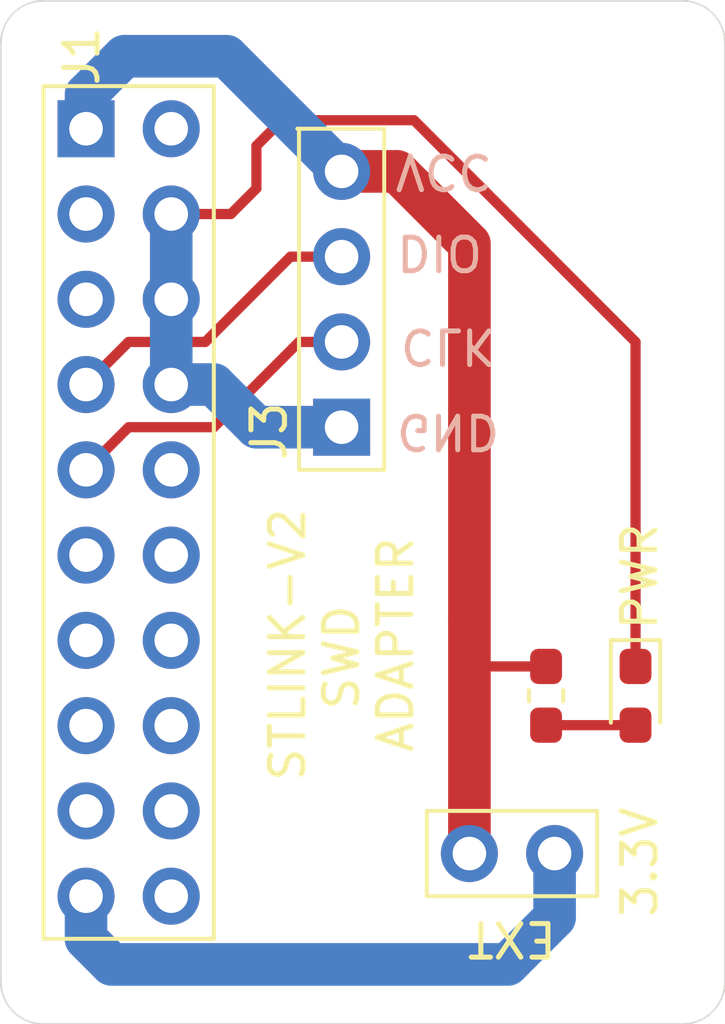
<source format=kicad_pcb>
(kicad_pcb (version 20171130) (host pcbnew "(5.1.6)-1")

  (general
    (thickness 1.6)
    (drawings 18)
    (tracks 37)
    (zones 0)
    (modules 5)
    (nets 7)
  )

  (page A4)
  (layers
    (0 F.Cu signal)
    (31 B.Cu signal)
    (32 B.Adhes user)
    (33 F.Adhes user)
    (34 B.Paste user)
    (35 F.Paste user)
    (36 B.SilkS user)
    (37 F.SilkS user)
    (38 B.Mask user)
    (39 F.Mask user)
    (40 Dwgs.User user)
    (41 Cmts.User user)
    (42 Eco1.User user)
    (43 Eco2.User user)
    (44 Edge.Cuts user)
    (45 Margin user)
    (46 B.CrtYd user)
    (47 F.CrtYd user)
    (48 B.Fab user)
    (49 F.Fab user hide)
  )

  (setup
    (last_trace_width 1.27)
    (user_trace_width 0.3048)
    (user_trace_width 0.4064)
    (user_trace_width 0.6096)
    (user_trace_width 0.7112)
    (user_trace_width 0.8128)
    (user_trace_width 1.016)
    (user_trace_width 1.27)
    (trace_clearance 0.2)
    (zone_clearance 0.508)
    (zone_45_only no)
    (trace_min 0.2)
    (via_size 0.8)
    (via_drill 0.4)
    (via_min_size 0.4)
    (via_min_drill 0.3)
    (uvia_size 0.3)
    (uvia_drill 0.1)
    (uvias_allowed no)
    (uvia_min_size 0.2)
    (uvia_min_drill 0.1)
    (edge_width 0.05)
    (segment_width 0.2)
    (pcb_text_width 0.3)
    (pcb_text_size 1.5 1.5)
    (mod_edge_width 0.12)
    (mod_text_size 1 1)
    (mod_text_width 0.15)
    (pad_size 1.524 1.524)
    (pad_drill 0.762)
    (pad_to_mask_clearance 0.05)
    (aux_axis_origin 0 0)
    (visible_elements 7FFFFFFF)
    (pcbplotparams
      (layerselection 0x010fc_ffffffff)
      (usegerberextensions false)
      (usegerberattributes true)
      (usegerberadvancedattributes true)
      (creategerberjobfile true)
      (excludeedgelayer true)
      (linewidth 0.100000)
      (plotframeref false)
      (viasonmask false)
      (mode 1)
      (useauxorigin false)
      (hpglpennumber 1)
      (hpglpenspeed 20)
      (hpglpendiameter 15.000000)
      (psnegative false)
      (psa4output false)
      (plotreference true)
      (plotvalue true)
      (plotinvisibletext false)
      (padsonsilk false)
      (subtractmaskfromsilk false)
      (outputformat 1)
      (mirror false)
      (drillshape 0)
      (scaleselection 1)
      (outputdirectory "gerbers/"))
  )

  (net 0 "")
  (net 1 "Net-(J1-Pad9)")
  (net 2 "Net-(J1-Pad7)")
  (net 3 "Net-(J1-Pad1)")
  (net 4 "Net-(D1-Pad2)")
  (net 5 "Net-(D1-Pad1)")
  (net 6 "Net-(J1-Pad19)")

  (net_class Default "This is the default net class."
    (clearance 0.2)
    (trace_width 0.25)
    (via_dia 0.8)
    (via_drill 0.4)
    (uvia_dia 0.3)
    (uvia_drill 0.1)
    (add_net "Net-(D1-Pad1)")
    (add_net "Net-(D1-Pad2)")
    (add_net "Net-(J1-Pad1)")
    (add_net "Net-(J1-Pad19)")
    (add_net "Net-(J1-Pad7)")
    (add_net "Net-(J1-Pad9)")
  )

  (module Connector_PinHeader_2.54mm:PinHeader_1x02_P2.54mm_Vertical (layer F.Cu) (tedit 5F543AF4) (tstamp 5F543FA0)
    (at 128.27 85.09 270)
    (descr "Through hole straight pin header, 1x02, 2.54mm pitch, single row")
    (tags "Through hole pin header THT 1x02 2.54mm single row")
    (path /5F54438E)
    (fp_text reference J2 (at 0 -2.33 90) (layer F.SilkS) hide
      (effects (font (size 1 1) (thickness 0.15)))
    )
    (fp_text value Conn_01x02_Male (at 0 4.87 90) (layer F.Fab)
      (effects (font (size 1 1) (thickness 0.15)))
    )
    (fp_line (start -1.27 -1.27) (end 1.27 -1.27) (layer F.SilkS) (width 0.12))
    (fp_line (start 1.27 -1.27) (end 1.27 3.81) (layer F.SilkS) (width 0.12))
    (fp_line (start -1.27 -1.27) (end -1.27 3.81) (layer F.SilkS) (width 0.12))
    (fp_line (start -1.27 3.81) (end 1.27 3.81) (layer F.SilkS) (width 0.12))
    (fp_text user %R (at 0 1.27 180) (layer F.Fab)
      (effects (font (size 1 1) (thickness 0.15)))
    )
    (pad 2 thru_hole oval (at 0 2.54 270) (size 1.7 1.7) (drill 1) (layers *.Cu *.Mask)
      (net 3 "Net-(J1-Pad1)"))
    (pad 1 thru_hole circle (at 0 0 270) (size 1.7 1.7) (drill 1) (layers *.Cu *.Mask)
      (net 6 "Net-(J1-Pad19)"))
    (model ${KISYS3DMOD}/Connector_PinHeader_2.54mm.3dshapes/PinHeader_1x02_P2.54mm_Vertical.wrl
      (at (xyz 0 0 0))
      (scale (xyz 1 1 1))
      (rotate (xyz 0 0 0))
    )
  )

  (module Resistor_SMD:R_0603_1608Metric_Pad1.05x0.95mm_HandSolder (layer F.Cu) (tedit 5B301BBD) (tstamp 5F548BA7)
    (at 128.016 80.391 270)
    (descr "Resistor SMD 0603 (1608 Metric), square (rectangular) end terminal, IPC_7351 nominal with elongated pad for handsoldering. (Body size source: http://www.tortai-tech.com/upload/download/2011102023233369053.pdf), generated with kicad-footprint-generator")
    (tags "resistor handsolder")
    (path /5F5514D6)
    (attr smd)
    (fp_text reference R1 (at 0 -1.43 90) (layer F.SilkS) hide
      (effects (font (size 1 1) (thickness 0.15)))
    )
    (fp_text value R_Small_US (at 0 1.43 90) (layer F.Fab)
      (effects (font (size 1 1) (thickness 0.15)))
    )
    (fp_line (start -0.8 0.4) (end -0.8 -0.4) (layer F.Fab) (width 0.1))
    (fp_line (start -0.8 -0.4) (end 0.8 -0.4) (layer F.Fab) (width 0.1))
    (fp_line (start 0.8 -0.4) (end 0.8 0.4) (layer F.Fab) (width 0.1))
    (fp_line (start 0.8 0.4) (end -0.8 0.4) (layer F.Fab) (width 0.1))
    (fp_line (start -0.171267 -0.51) (end 0.171267 -0.51) (layer F.SilkS) (width 0.12))
    (fp_line (start -0.171267 0.51) (end 0.171267 0.51) (layer F.SilkS) (width 0.12))
    (fp_line (start -1.65 0.73) (end -1.65 -0.73) (layer F.CrtYd) (width 0.05))
    (fp_line (start -1.65 -0.73) (end 1.65 -0.73) (layer F.CrtYd) (width 0.05))
    (fp_line (start 1.65 -0.73) (end 1.65 0.73) (layer F.CrtYd) (width 0.05))
    (fp_line (start 1.65 0.73) (end -1.65 0.73) (layer F.CrtYd) (width 0.05))
    (fp_text user %R (at 0 0 90) (layer F.Fab)
      (effects (font (size 0.4 0.4) (thickness 0.06)))
    )
    (pad 2 smd roundrect (at 0.875 0 270) (size 1.05 0.95) (layers F.Cu F.Paste F.Mask) (roundrect_rratio 0.25)
      (net 4 "Net-(D1-Pad2)"))
    (pad 1 smd roundrect (at -0.875 0 270) (size 1.05 0.95) (layers F.Cu F.Paste F.Mask) (roundrect_rratio 0.25)
      (net 3 "Net-(J1-Pad1)"))
    (model ${KISYS3DMOD}/Resistor_SMD.3dshapes/R_0603_1608Metric.wrl
      (at (xyz 0 0 0))
      (scale (xyz 1 1 1))
      (rotate (xyz 0 0 0))
    )
  )

  (module LED_SMD:LED_0603_1608Metric_Pad1.05x0.95mm_HandSolder (layer F.Cu) (tedit 5B4B45C9) (tstamp 5F54985D)
    (at 130.683 80.391 270)
    (descr "LED SMD 0603 (1608 Metric), square (rectangular) end terminal, IPC_7351 nominal, (Body size source: http://www.tortai-tech.com/upload/download/2011102023233369053.pdf), generated with kicad-footprint-generator")
    (tags "LED handsolder")
    (path /5F54FF38)
    (attr smd)
    (fp_text reference D1 (at 0 -1.43 90) (layer F.SilkS) hide
      (effects (font (size 1 1) (thickness 0.15)))
    )
    (fp_text value LED (at 0 1.43 90) (layer F.Fab)
      (effects (font (size 1 1) (thickness 0.15)))
    )
    (fp_line (start 0.8 -0.4) (end -0.5 -0.4) (layer F.Fab) (width 0.1))
    (fp_line (start -0.5 -0.4) (end -0.8 -0.1) (layer F.Fab) (width 0.1))
    (fp_line (start -0.8 -0.1) (end -0.8 0.4) (layer F.Fab) (width 0.1))
    (fp_line (start -0.8 0.4) (end 0.8 0.4) (layer F.Fab) (width 0.1))
    (fp_line (start 0.8 0.4) (end 0.8 -0.4) (layer F.Fab) (width 0.1))
    (fp_line (start 0.8 -0.735) (end -1.66 -0.735) (layer F.SilkS) (width 0.12))
    (fp_line (start -1.66 -0.735) (end -1.66 0.735) (layer F.SilkS) (width 0.12))
    (fp_line (start -1.66 0.735) (end 0.8 0.735) (layer F.SilkS) (width 0.12))
    (fp_line (start -1.65 0.73) (end -1.65 -0.73) (layer F.CrtYd) (width 0.05))
    (fp_line (start -1.65 -0.73) (end 1.65 -0.73) (layer F.CrtYd) (width 0.05))
    (fp_line (start 1.65 -0.73) (end 1.65 0.73) (layer F.CrtYd) (width 0.05))
    (fp_line (start 1.65 0.73) (end -1.65 0.73) (layer F.CrtYd) (width 0.05))
    (fp_text user %R (at 0 0 90) (layer F.Fab)
      (effects (font (size 0.4 0.4) (thickness 0.06)))
    )
    (pad 2 smd roundrect (at 0.875 0 270) (size 1.05 0.95) (layers F.Cu F.Paste F.Mask) (roundrect_rratio 0.25)
      (net 4 "Net-(D1-Pad2)"))
    (pad 1 smd roundrect (at -0.875 0 270) (size 1.05 0.95) (layers F.Cu F.Paste F.Mask) (roundrect_rratio 0.25)
      (net 5 "Net-(D1-Pad1)"))
    (model ${KISYS3DMOD}/LED_SMD.3dshapes/LED_0603_1608Metric.wrl
      (at (xyz 0 0 0))
      (scale (xyz 1 1 1))
      (rotate (xyz 0 0 0))
    )
  )

  (module Connector_PinHeader_2.54mm:PinHeader_1x04_P2.54mm_Vertical (layer F.Cu) (tedit 5F5420EB) (tstamp 5F54989A)
    (at 121.92 72.39 180)
    (descr "Through hole straight pin header, 1x04, 2.54mm pitch, single row")
    (tags "Through hole pin header THT 1x04 2.54mm single row")
    (path /5F542BAE)
    (fp_text reference J3 (at 2.159 -0.127 90) (layer F.SilkS)
      (effects (font (size 1 1) (thickness 0.15)))
    )
    (fp_text value Conn_01x04_Female (at 0 11.43) (layer F.Fab)
      (effects (font (size 1 1) (thickness 0.15)))
    )
    (fp_line (start -1.27 -1.27) (end 1.27 -1.27) (layer F.SilkS) (width 0.12))
    (fp_line (start 1.27 -1.27) (end 1.27 8.89) (layer F.SilkS) (width 0.12))
    (fp_line (start -1.27 -1.27) (end -1.27 8.89) (layer F.SilkS) (width 0.12))
    (fp_line (start -1.27 8.89) (end 1.3208 8.89) (layer F.SilkS) (width 0.12))
    (fp_text user %R (at 0 3.81 90) (layer F.Fab)
      (effects (font (size 1 1) (thickness 0.15)))
    )
    (pad 4 thru_hole oval (at 0 7.62 180) (size 1.7 1.7) (drill 1) (layers *.Cu *.Mask)
      (net 3 "Net-(J1-Pad1)"))
    (pad 3 thru_hole oval (at 0 5.08 180) (size 1.7 1.7) (drill 1) (layers *.Cu *.Mask)
      (net 2 "Net-(J1-Pad7)"))
    (pad 2 thru_hole oval (at 0 2.54 180) (size 1.7 1.7) (drill 1) (layers *.Cu *.Mask)
      (net 1 "Net-(J1-Pad9)"))
    (pad 1 thru_hole rect (at 0 0 180) (size 1.7 1.7) (drill 1) (layers *.Cu *.Mask)
      (net 5 "Net-(D1-Pad1)"))
    (model ${KISYS3DMOD}/Connector_PinHeader_2.54mm.3dshapes/PinHeader_1x04_P2.54mm_Vertical.wrl
      (at (xyz 0 0 0))
      (scale (xyz 1 1 1))
      (rotate (xyz 0 0 0))
    )
  )

  (module Connector_PinHeader_2.54mm:PinHeader_2x10_P2.54mm_Vertical (layer F.Cu) (tedit 5F54206D) (tstamp 5F547CF2)
    (at 114.3 63.5)
    (descr "Through hole straight pin header, 2x10, 2.54mm pitch, double rows")
    (tags "Through hole pin header THT 2x10 2.54mm double row")
    (path /5F541A59)
    (fp_text reference J1 (at -0.127 -2.159 90) (layer F.SilkS)
      (effects (font (size 1 1) (thickness 0.15)))
    )
    (fp_text value Conn_02x10_Odd_Even (at 1.27 26.67) (layer F.Fab)
      (effects (font (size 1 1) (thickness 0.15)))
    )
    (fp_line (start -1.27 -1.27) (end 3.81 -1.27) (layer F.SilkS) (width 0.12))
    (fp_line (start 3.81 -1.27) (end 3.81 24.13) (layer F.SilkS) (width 0.12))
    (fp_line (start -1.27 -1.27) (end -1.27 24.13) (layer F.SilkS) (width 0.12))
    (fp_line (start -1.27 24.13) (end 3.81 24.13) (layer F.SilkS) (width 0.12))
    (fp_text user %R (at 1.27 11.43 90) (layer F.Fab)
      (effects (font (size 1 1) (thickness 0.15)))
    )
    (pad 20 thru_hole oval (at 2.54 22.86) (size 1.7 1.7) (drill 1) (layers *.Cu *.Mask))
    (pad 19 thru_hole oval (at 0 22.86) (size 1.7 1.7) (drill 1) (layers *.Cu *.Mask)
      (net 6 "Net-(J1-Pad19)"))
    (pad 18 thru_hole oval (at 2.54 20.32) (size 1.7 1.7) (drill 1) (layers *.Cu *.Mask))
    (pad 17 thru_hole oval (at 0 20.32) (size 1.7 1.7) (drill 1) (layers *.Cu *.Mask))
    (pad 16 thru_hole oval (at 2.54 17.78) (size 1.7 1.7) (drill 1) (layers *.Cu *.Mask))
    (pad 15 thru_hole oval (at 0 17.78) (size 1.7 1.7) (drill 1) (layers *.Cu *.Mask))
    (pad 14 thru_hole oval (at 2.54 15.24) (size 1.7 1.7) (drill 1) (layers *.Cu *.Mask))
    (pad 13 thru_hole oval (at 0 15.24) (size 1.7 1.7) (drill 1) (layers *.Cu *.Mask))
    (pad 12 thru_hole oval (at 2.54 12.7) (size 1.7 1.7) (drill 1) (layers *.Cu *.Mask))
    (pad 11 thru_hole oval (at 0 12.7) (size 1.7 1.7) (drill 1) (layers *.Cu *.Mask))
    (pad 10 thru_hole oval (at 2.54 10.16) (size 1.7 1.7) (drill 1) (layers *.Cu *.Mask))
    (pad 9 thru_hole oval (at 0 10.16) (size 1.7 1.7) (drill 1) (layers *.Cu *.Mask)
      (net 1 "Net-(J1-Pad9)"))
    (pad 8 thru_hole oval (at 2.54 7.62) (size 1.7 1.7) (drill 1) (layers *.Cu *.Mask)
      (net 5 "Net-(D1-Pad1)"))
    (pad 7 thru_hole oval (at 0 7.62) (size 1.7 1.7) (drill 1) (layers *.Cu *.Mask)
      (net 2 "Net-(J1-Pad7)"))
    (pad 6 thru_hole oval (at 2.54 5.08) (size 1.7 1.7) (drill 1) (layers *.Cu *.Mask)
      (net 5 "Net-(D1-Pad1)"))
    (pad 5 thru_hole oval (at 0 5.08) (size 1.7 1.7) (drill 1) (layers *.Cu *.Mask))
    (pad 4 thru_hole oval (at 2.54 2.54) (size 1.7 1.7) (drill 1) (layers *.Cu *.Mask)
      (net 5 "Net-(D1-Pad1)"))
    (pad 3 thru_hole oval (at 0 2.54) (size 1.7 1.7) (drill 1) (layers *.Cu *.Mask))
    (pad 2 thru_hole oval (at 2.54 0) (size 1.7 1.7) (drill 1) (layers *.Cu *.Mask))
    (pad 1 thru_hole rect (at 0 0) (size 1.7 1.7) (drill 1) (layers *.Cu *.Mask)
      (net 3 "Net-(J1-Pad1)"))
    (model ${KISYS3DMOD}/Connector_PinHeader_2.54mm.3dshapes/PinHeader_2x10_P2.54mm_Vertical.wrl
      (at (xyz 0 0 0))
      (scale (xyz 1 1 1))
      (rotate (xyz 0 0 0))
    )
  )

  (gr_text "STLINK-V2\nSWD \nADAPTER" (at 121.92 78.867 90) (layer F.SilkS)
    (effects (font (size 1 1) (thickness 0.15)))
  )
  (gr_text CLK (at 125.095 69.977 180) (layer B.SilkS)
    (effects (font (size 1 1) (thickness 0.15)) (justify mirror))
  )
  (gr_text DIO (at 124.841 67.183 180) (layer B.SilkS)
    (effects (font (size 1 1) (thickness 0.15)) (justify mirror))
  )
  (gr_text VCC (at 124.968 64.77 180) (layer B.SilkS)
    (effects (font (size 1 1) (thickness 0.15)) (justify mirror))
  )
  (gr_text GND (at 125.095 72.517 180) (layer B.SilkS)
    (effects (font (size 1 1) (thickness 0.15)) (justify mirror))
  )
  (gr_text PWR (at 130.81 76.835 90) (layer F.SilkS)
    (effects (font (size 1 1) (thickness 0.15)))
  )
  (gr_text 3.3V (at 130.81 85.344 90) (layer F.SilkS)
    (effects (font (size 1 1) (thickness 0.15)))
  )
  (gr_text EXT (at 127 87.63 180) (layer F.SilkS)
    (effects (font (size 1 1) (thickness 0.15)))
  )
  (gr_arc (start 113.03 88.9) (end 111.76 88.9) (angle -90) (layer Edge.Cuts) (width 0.05))
  (gr_arc (start 132.08 88.9) (end 132.08 90.17) (angle -90) (layer Edge.Cuts) (width 0.05))
  (gr_arc (start 132.08 60.96) (end 133.35 60.96) (angle -90) (layer Edge.Cuts) (width 0.05))
  (gr_arc (start 113.03 60.96) (end 113.03 59.69) (angle -90) (layer Edge.Cuts) (width 0.05))
  (gr_line (start 133.35 60.96) (end 133.35 64.77) (layer Edge.Cuts) (width 0.05) (tstamp 5F5489C3))
  (gr_line (start 113.03 59.69) (end 132.08 59.69) (layer Edge.Cuts) (width 0.05))
  (gr_line (start 133.35 88.9) (end 133.35 77.47) (layer Edge.Cuts) (width 0.05) (tstamp 5F5489B8))
  (gr_line (start 113.03 90.17) (end 132.08 90.17) (layer Edge.Cuts) (width 0.05))
  (gr_line (start 111.76 60.96) (end 111.76 88.9) (layer Edge.Cuts) (width 0.05))
  (gr_line (start 133.35 64.77) (end 133.35 77.47) (layer Edge.Cuts) (width 0.05))

  (segment (start 128.27 86.995) (end 128.27 85.09) (width 1.27) (layer B.Cu) (net 6))
  (segment (start 126.873 88.392) (end 128.27 86.995) (width 1.27) (layer B.Cu) (net 6))
  (segment (start 115.062 88.392) (end 126.873 88.392) (width 1.27) (layer B.Cu) (net 6))
  (segment (start 120.65 69.85) (end 121.92 69.85) (width 0.3048) (layer F.Cu) (net 1))
  (segment (start 118.11 72.39) (end 120.65 69.85) (width 0.3048) (layer F.Cu) (net 1))
  (segment (start 114.3 73.66) (end 115.57 72.39) (width 0.3048) (layer F.Cu) (net 1))
  (segment (start 115.57 72.39) (end 118.11 72.39) (width 0.3048) (layer F.Cu) (net 1))
  (segment (start 117.856 69.85) (end 120.396 67.31) (width 0.3048) (layer F.Cu) (net 2))
  (segment (start 120.396 67.31) (end 121.92 67.31) (width 0.3048) (layer F.Cu) (net 2))
  (segment (start 114.3 71.12) (end 115.57 69.85) (width 0.3048) (layer F.Cu) (net 2))
  (segment (start 115.57 69.85) (end 117.856 69.85) (width 0.3048) (layer F.Cu) (net 2))
  (segment (start 123.571 64.77) (end 121.92 64.77) (width 1.27) (layer F.Cu) (net 3))
  (segment (start 125.744 78.119) (end 125.73 78.105) (width 0.3048) (layer F.Cu) (net 3))
  (segment (start 128.016 79.516) (end 125.998 79.516) (width 0.3048) (layer F.Cu) (net 3))
  (segment (start 125.73 85.09) (end 125.73 78.105) (width 1.27) (layer F.Cu) (net 3))
  (segment (start 125.73 78.105) (end 125.73 66.929) (width 1.27) (layer F.Cu) (net 3))
  (segment (start 125.73 66.929) (end 123.571 64.77) (width 1.27) (layer F.Cu) (net 3))
  (segment (start 115.443 61.341) (end 118.491 61.341) (width 1.27) (layer B.Cu) (net 3))
  (segment (start 118.491 61.341) (end 121.92 64.77) (width 1.27) (layer B.Cu) (net 3))
  (segment (start 114.3 63.5) (end 114.3 62.484) (width 1.27) (layer B.Cu) (net 3))
  (segment (start 114.3 62.484) (end 115.443 61.341) (width 1.27) (layer B.Cu) (net 3))
  (segment (start 128.016 81.266) (end 130.683 81.266) (width 0.3048) (layer F.Cu) (net 4))
  (segment (start 116.84 66.04) (end 116.84 68.58) (width 1.27) (layer B.Cu) (net 5))
  (segment (start 116.84 68.58) (end 116.84 71.12) (width 1.27) (layer B.Cu) (net 5))
  (segment (start 116.84 71.12) (end 118.11 71.12) (width 1.27) (layer B.Cu) (net 5))
  (segment (start 118.11 71.12) (end 119.38 72.39) (width 1.27) (layer B.Cu) (net 5))
  (segment (start 119.38 72.39) (end 121.92 72.39) (width 1.27) (layer B.Cu) (net 5))
  (segment (start 119.38 65.278) (end 118.618 66.04) (width 0.3048) (layer F.Cu) (net 5))
  (segment (start 120.142 63.246) (end 119.38 64.008) (width 0.3048) (layer F.Cu) (net 5))
  (segment (start 118.618 66.04) (end 116.84 66.04) (width 0.3048) (layer F.Cu) (net 5))
  (segment (start 124.079 63.246) (end 120.142 63.246) (width 0.3048) (layer F.Cu) (net 5))
  (segment (start 130.429 69.596) (end 124.079 63.246) (width 0.3048) (layer F.Cu) (net 5))
  (segment (start 119.38 64.008) (end 119.38 65.278) (width 0.3048) (layer F.Cu) (net 5))
  (segment (start 130.683 69.85) (end 130.429 69.596) (width 0.3048) (layer F.Cu) (net 5))
  (segment (start 130.683 79.516) (end 130.683 69.85) (width 0.3048) (layer F.Cu) (net 5))
  (segment (start 114.3 87.63) (end 115.062 88.392) (width 1.27) (layer B.Cu) (net 6))
  (segment (start 114.3 86.36) (end 114.3 87.63) (width 1.27) (layer B.Cu) (net 6))

)

</source>
